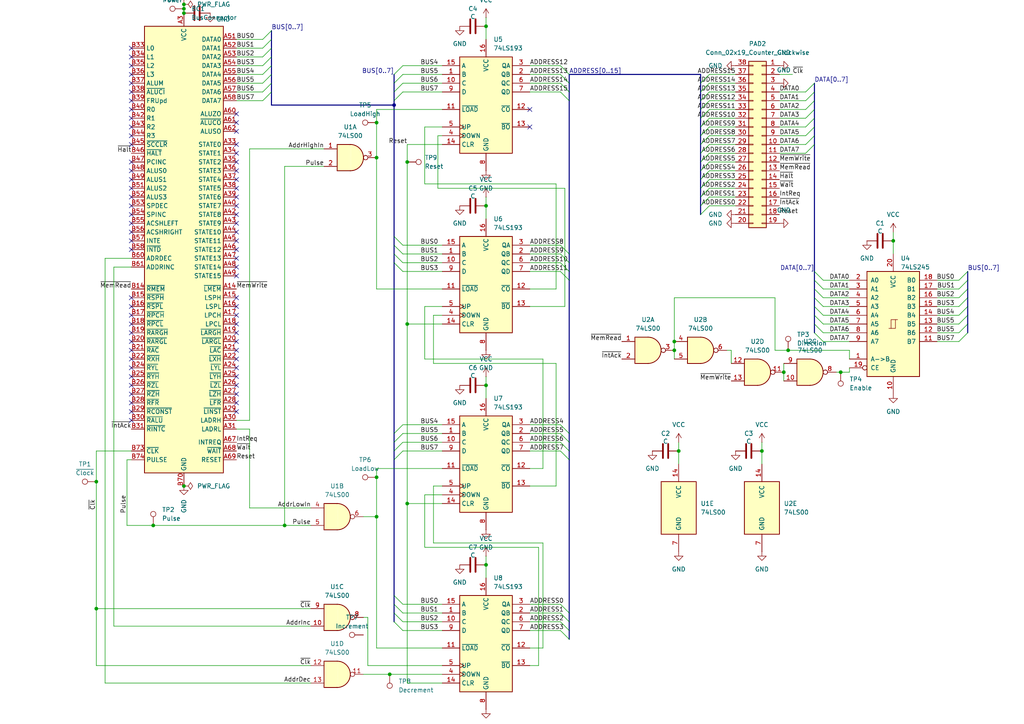
<source format=kicad_sch>
(kicad_sch (version 20250114) (generator "eeschema") (generator_version "9.0")
  (paper "A4")
  (junction (at 196.85 130.81))
  (junction (at 109.22 149.86))
  (junction (at 44.45 152.4))
  (junction (at 140.97 59.69))
  (junction (at 118.11 146.05))
  (junction (at 195.58 101.6))
  (junction (at 220.98 130.81))
  (junction (at 109.22 35.56))
  (junction (at 140.97 7.62))
  (junction (at 53.34 3.81))
  (junction (at 259.08 69.85))
  (junction (at 109.22 45.72))
  (junction (at 118.11 93.98))
  (junction (at 114.3 30.48))
  (junction (at 53.34 2.54))
  (junction (at 113.03 195.58))
  (junction (at 140.97 111.76))
  (junction (at 140.97 163.83))
  (junction (at 109.22 138.43))
  (junction (at 27.94 139.7))
  (junction (at 27.94 176.53))
  (junction (at 195.58 99.06))
  (junction (at 53.34 140.97))
  (junction (at 227.33 107.95))
  (junction (at 82.55 152.4))
  (junction (at 118.11 46.99))
  (junction (at 243.84 107.95))
  (junction (at 53.34 1.27))
  (junction (at 228.6 101.6))
  (no_connect (at 68.58 109.22))
  (no_connect (at 38.1 109.22))
  (no_connect (at 68.58 88.9))
  (no_connect (at 38.1 52.07))
  (no_connect (at 68.58 111.76))
  (no_connect (at 68.58 38.1))
  (no_connect (at 38.1 39.37))
  (no_connect (at 68.58 62.23))
  (no_connect (at 68.58 72.39))
  (no_connect (at 68.58 116.84))
  (no_connect (at 38.1 121.92))
  (no_connect (at 38.1 91.44))
  (no_connect (at 38.1 114.3))
  (no_connect (at 38.1 106.68))
  (no_connect (at 38.1 59.69))
  (no_connect (at 68.58 77.47))
  (no_connect (at 38.1 34.29))
  (no_connect (at 68.58 96.52))
  (no_connect (at 68.58 74.93))
  (no_connect (at 38.1 88.9))
  (no_connect (at 38.1 13.97))
  (no_connect (at 68.58 101.6))
  (no_connect (at 38.1 36.83))
  (no_connect (at 68.58 106.68))
  (no_connect (at 68.58 91.44))
  (no_connect (at 38.1 19.05))
  (no_connect (at 38.1 67.31))
  (no_connect (at 38.1 31.75))
  (no_connect (at 68.58 54.61))
  (no_connect (at 68.58 93.98))
  (no_connect (at 38.1 69.85))
  (no_connect (at 38.1 49.53))
  (no_connect (at 38.1 86.36))
  (no_connect (at 38.1 93.98))
  (no_connect (at 38.1 41.91))
  (no_connect (at 68.58 69.85))
  (no_connect (at 68.58 49.53))
  (no_connect (at 38.1 16.51))
  (no_connect (at 38.1 21.59))
  (no_connect (at 38.1 29.21))
  (no_connect (at 38.1 26.67))
  (no_connect (at 68.58 80.01))
  (no_connect (at 38.1 46.99))
  (no_connect (at 38.1 24.13))
  (no_connect (at 68.58 57.15))
  (no_connect (at 38.1 119.38))
  (no_connect (at 38.1 54.61))
  (no_connect (at 38.1 104.14))
  (no_connect (at 153.67 36.83))
  (no_connect (at 38.1 101.6))
  (no_connect (at 38.1 116.84))
  (no_connect (at 38.1 62.23))
  (no_connect (at 68.58 44.45))
  (no_connect (at 153.67 31.75))
  (no_connect (at 68.58 46.99))
  (no_connect (at 68.58 86.36))
  (no_connect (at 68.58 59.69))
  (no_connect (at 68.58 64.77))
  (no_connect (at 38.1 111.76))
  (no_connect (at 68.58 33.02))
  (no_connect (at 38.1 99.06))
  (no_connect (at 38.1 72.39))
  (no_connect (at 38.1 64.77))
  (no_connect (at 68.58 114.3))
  (no_connect (at 68.58 119.38))
  (no_connect (at 68.58 52.07))
  (no_connect (at 68.58 41.91))
  (no_connect (at 68.58 104.14))
  (no_connect (at 38.1 57.15))
  (no_connect (at 38.1 96.52))
  (no_connect (at 68.58 99.06))
  (no_connect (at 68.58 35.56))
  (no_connect (at 68.58 67.31))
  (bus_entry (at 78.74 8.89) (size -2.54 2.54))
  (bus_entry (at 236.22 34.29) (size -2.54 2.54))
  (bus_entry (at 203.2 34.29) (size 2.54 -2.54))
  (bus_entry (at 165.1 76.2) (size -2.54 -2.54))
  (bus_entry (at 236.22 91.44) (size 2.54 2.54))
  (bus_entry (at 203.2 52.07) (size 2.54 -2.54))
  (bus_entry (at 203.2 44.45) (size 2.54 -2.54))
  (bus_entry (at 78.74 26.67) (size -2.54 2.54))
  (bus_entry (at 203.2 54.61) (size 2.54 -2.54))
  (bus_entry (at 165.1 78.74) (size -2.54 -2.54))
  (bus_entry (at 114.3 125.73) (size 2.54 -2.54))
  (bus_entry (at 203.2 41.91) (size 2.54 -2.54))
  (bus_entry (at 236.22 36.83) (size -2.54 2.54))
  (bus_entry (at 114.3 68.58) (size 2.54 2.54))
  (bus_entry (at 165.1 182.88) (size -2.54 -2.54))
  (bus_entry (at 203.2 46.99) (size 2.54 -2.54))
  (bus_entry (at 203.2 31.75) (size 2.54 -2.54))
  (bus_entry (at 114.3 24.13) (size 2.54 -2.54))
  (bus_entry (at 114.3 180.34) (size 2.54 2.54))
  (bus_entry (at 114.3 175.26) (size 2.54 2.54))
  (bus_entry (at 114.3 29.21) (size 2.54 -2.54))
  (bus_entry (at 203.2 36.83) (size 2.54 -2.54))
  (bus_entry (at 236.22 93.98) (size 2.54 2.54))
  (bus_entry (at 165.1 81.28) (size -2.54 -2.54))
  (bus_entry (at 203.2 59.69) (size 2.54 -2.54))
  (bus_entry (at 165.1 185.42) (size -2.54 -2.54))
  (bus_entry (at 203.2 39.37) (size 2.54 -2.54))
  (bus_entry (at 236.22 29.21) (size -2.54 2.54))
  (bus_entry (at 236.22 24.13) (size -2.54 2.54))
  (bus_entry (at 280.67 78.74) (size -2.54 2.54))
  (bus_entry (at 236.22 78.74) (size 2.54 2.54))
  (bus_entry (at 114.3 21.59) (size 2.54 -2.54))
  (bus_entry (at 165.1 29.21) (size -2.54 -2.54))
  (bus_entry (at 78.74 19.05) (size -2.54 2.54))
  (bus_entry (at 114.3 177.8) (size 2.54 2.54))
  (bus_entry (at 236.22 26.67) (size -2.54 2.54))
  (bus_entry (at 78.74 11.43) (size -2.54 2.54))
  (bus_entry (at 165.1 133.35) (size -2.54 -2.54))
  (bus_entry (at 114.3 133.35) (size 2.54 -2.54))
  (bus_entry (at 280.67 88.9) (size -2.54 2.54))
  (bus_entry (at 114.3 71.12) (size 2.54 2.54))
  (bus_entry (at 203.2 24.13) (size 2.54 -2.54))
  (bus_entry (at 78.74 16.51) (size -2.54 2.54))
  (bus_entry (at 165.1 125.73) (size -2.54 -2.54))
  (bus_entry (at 114.3 76.2) (size 2.54 2.54))
  (bus_entry (at 203.2 26.67) (size 2.54 -2.54))
  (bus_entry (at 165.1 180.34) (size -2.54 -2.54))
  (bus_entry (at 114.3 172.72) (size 2.54 2.54))
  (bus_entry (at 236.22 41.91) (size -2.54 2.54))
  (bus_entry (at 114.3 130.81) (size 2.54 -2.54))
  (bus_entry (at 165.1 73.66) (size -2.54 -2.54))
  (bus_entry (at 78.74 24.13) (size -2.54 2.54))
  (bus_entry (at 165.1 26.67) (size -2.54 -2.54))
  (bus_entry (at 236.22 83.82) (size 2.54 2.54))
  (bus_entry (at 203.2 57.15) (size 2.54 -2.54))
  (bus_entry (at 78.74 13.97) (size -2.54 2.54))
  (bus_entry (at 114.3 26.67) (size 2.54 -2.54))
  (bus_entry (at 280.67 96.52) (size -2.54 2.54))
  (bus_entry (at 78.74 21.59) (size -2.54 2.54))
  (bus_entry (at 165.1 177.8) (size -2.54 -2.54))
  (bus_entry (at 165.1 24.13) (size -2.54 -2.54))
  (bus_entry (at 280.67 86.36) (size -2.54 2.54))
  (bus_entry (at 236.22 81.28) (size 2.54 2.54))
  (bus_entry (at 236.22 88.9) (size 2.54 2.54))
  (bus_entry (at 280.67 81.28) (size -2.54 2.54))
  (bus_entry (at 165.1 128.27) (size -2.54 -2.54))
  (bus_entry (at 236.22 31.75) (size -2.54 2.54))
  (bus_entry (at 280.67 83.82) (size -2.54 2.54))
  (bus_entry (at 236.22 96.52) (size 2.54 2.54))
  (bus_entry (at 203.2 29.21) (size 2.54 -2.54))
  (bus_entry (at 203.2 62.23) (size 2.54 -2.54))
  (bus_entry (at 114.3 128.27) (size 2.54 -2.54))
  (bus_entry (at 203.2 49.53) (size 2.54 -2.54))
  (bus_entry (at 236.22 86.36) (size 2.54 2.54))
  (bus_entry (at 165.1 130.81) (size -2.54 -2.54))
  (bus_entry (at 236.22 39.37) (size -2.54 2.54))
  (bus_entry (at 280.67 91.44) (size -2.54 2.54))
  (bus_entry (at 280.67 93.98) (size -2.54 2.54))
  (bus_entry (at 165.1 21.59) (size -2.54 -2.54))
  (bus_entry (at 114.3 73.66) (size 2.54 2.54))
  (wire (pts (xy 220.98 128.27) (xy 220.98 130.81)))
  (bus (pts (xy 203.2 34.29) (xy 203.2 36.83)))
  (wire (pts (xy 153.67 76.2) (xy 162.56 76.2)))
  (wire (pts (xy 213.36 44.45) (xy 205.74 44.45)))
  (wire (pts (xy 116.84 180.34) (xy 128.27 180.34)))
  (wire (pts (xy 213.36 29.21) (xy 205.74 29.21)))
  (wire (pts (xy 109.22 187.96) (xy 128.27 187.96)))
  (wire (pts (xy 106.68 179.07) (xy 106.68 193.04)))
  (wire (pts (xy 140.97 111.76) (xy 140.97 115.57)))
  (wire (pts (xy 226.06 26.67) (xy 233.68 26.67)))
  (wire (pts (xy 226.06 36.83) (xy 233.68 36.83)))
  (wire (pts (xy 116.84 24.13) (xy 128.27 24.13)))
  (bus (pts (xy 78.74 8.89) (xy 78.74 11.43)))
  (wire (pts (xy 246.38 88.9) (xy 238.76 88.9)))
  (bus (pts (xy 203.2 26.67) (xy 203.2 29.21)))
  (wire (pts (xy 196.85 130.81) (xy 196.85 134.62)))
  (bus (pts (xy 114.3 180.34) (xy 114.3 177.8)))
  (wire (pts (xy 118.11 146.05) (xy 128.27 146.05)))
  (bus (pts (xy 114.3 172.72) (xy 114.3 133.35)))
  (wire (pts (xy 153.67 187.96) (xy 157.48 187.96)))
  (wire (pts (xy 140.97 5.08) (xy 140.97 7.62)))
  (wire (pts (xy 36.83 133.35) (xy 38.1 133.35)))
  (bus (pts (xy 78.74 16.51) (xy 78.74 19.05)))
  (wire (pts (xy 68.58 16.51) (xy 76.2 16.51)))
  (bus (pts (xy 236.22 91.44) (xy 236.22 93.98)))
  (wire (pts (xy 72.39 121.92) (xy 68.58 121.92)))
  (bus (pts (xy 236.22 41.91) (xy 236.22 78.74)))
  (wire (pts (xy 278.13 86.36) (xy 271.78 86.36)))
  (wire (pts (xy 278.13 83.82) (xy 271.78 83.82)))
  (wire (pts (xy 153.67 123.19) (xy 162.56 123.19)))
  (wire (pts (xy 213.36 46.99) (xy 205.74 46.99)))
  (wire (pts (xy 30.48 74.93) (xy 38.1 74.93)))
  (bus (pts (xy 114.3 21.59) (xy 114.3 24.13)))
  (wire (pts (xy 156.21 193.04) (xy 156.21 158.75)))
  (wire (pts (xy 123.19 158.75) (xy 123.19 143.51)))
  (wire (pts (xy 153.67 135.89) (xy 157.48 135.89)))
  (wire (pts (xy 271.78 99.06) (xy 278.13 99.06)))
  (wire (pts (xy 227.33 105.41) (xy 227.33 107.95)))
  (wire (pts (xy 246.38 107.95) (xy 246.38 106.68)))
  (wire (pts (xy 68.58 21.59) (xy 76.2 21.59)))
  (bus (pts (xy 280.67 86.36) (xy 280.67 88.9)))
  (bus (pts (xy 78.74 13.97) (xy 78.74 16.51)))
  (wire (pts (xy 68.58 26.67) (xy 76.2 26.67)))
  (wire (pts (xy 118.11 93.98) (xy 118.11 46.99)))
  (wire (pts (xy 161.29 140.97) (xy 153.67 140.97)))
  (bus (pts (xy 236.22 88.9) (xy 236.22 91.44)))
  (wire (pts (xy 123.19 143.51) (xy 128.27 143.51)))
  (wire (pts (xy 127 39.37) (xy 128.27 39.37)))
  (bus (pts (xy 203.2 57.15) (xy 203.2 59.69)))
  (bus (pts (xy 114.3 125.73) (xy 114.3 76.2)))
  (wire (pts (xy 153.67 175.26) (xy 162.56 175.26)))
  (bus (pts (xy 236.22 39.37) (xy 236.22 41.91)))
  (wire (pts (xy 195.58 86.36) (xy 224.79 86.36)))
  (wire (pts (xy 30.48 198.12) (xy 30.48 74.93)))
  (bus (pts (xy 165.1 130.81) (xy 165.1 133.35)))
  (wire (pts (xy 116.84 177.8) (xy 128.27 177.8)))
  (bus (pts (xy 78.74 30.48) (xy 114.3 30.48)))
  (wire (pts (xy 125.73 140.97) (xy 128.27 140.97)))
  (wire (pts (xy 163.83 54.61) (xy 127 54.61)))
  (wire (pts (xy 90.17 176.53) (xy 27.94 176.53)))
  (wire (pts (xy 68.58 24.13) (xy 76.2 24.13)))
  (bus (pts (xy 165.1 24.13) (xy 165.1 26.67)))
  (bus (pts (xy 236.22 86.36) (xy 236.22 88.9)))
  (bus (pts (xy 165.1 177.8) (xy 165.1 180.34)))
  (wire (pts (xy 226.06 41.91) (xy 233.68 41.91)))
  (wire (pts (xy 157.48 135.89) (xy 157.48 104.14)))
  (wire (pts (xy 227.33 107.95) (xy 227.33 110.49)))
  (wire (pts (xy 195.58 101.6) (xy 195.58 104.14)))
  (wire (pts (xy 82.55 48.26) (xy 82.55 152.4)))
  (wire (pts (xy 195.58 99.06) (xy 195.58 101.6)))
  (wire (pts (xy 226.06 31.75) (xy 233.68 31.75)))
  (wire (pts (xy 153.67 125.73) (xy 162.56 125.73)))
  (wire (pts (xy 213.36 39.37) (xy 205.74 39.37)))
  (wire (pts (xy 68.58 124.46) (xy 72.39 124.46)))
  (wire (pts (xy 128.27 135.89) (xy 109.22 135.89)))
  (bus (pts (xy 203.2 21.59) (xy 165.1 21.59)))
  (wire (pts (xy 68.58 11.43) (xy 76.2 11.43)))
  (bus (pts (xy 165.1 128.27) (xy 165.1 130.81)))
  (wire (pts (xy 161.29 53.34) (xy 161.29 83.82)))
  (wire (pts (xy 68.58 19.05) (xy 76.2 19.05)))
  (bus (pts (xy 236.22 26.67) (xy 236.22 29.21)))
  (wire (pts (xy 116.84 26.67) (xy 128.27 26.67)))
  (bus (pts (xy 280.67 93.98) (xy 280.67 96.52)))
  (wire (pts (xy 259.08 67.31) (xy 259.08 69.85)))
  (wire (pts (xy 213.36 36.83) (xy 205.74 36.83)))
  (bus (pts (xy 78.74 26.67) (xy 78.74 30.48)))
  (bus (pts (xy 114.3 130.81) (xy 114.3 128.27)))
  (wire (pts (xy 116.84 76.2) (xy 128.27 76.2)))
  (wire (pts (xy 123.19 88.9) (xy 128.27 88.9)))
  (bus (pts (xy 165.1 81.28) (xy 165.1 125.73)))
  (wire (pts (xy 116.84 182.88) (xy 128.27 182.88)))
  (bus (pts (xy 203.2 49.53) (xy 203.2 52.07)))
  (wire (pts (xy 116.84 73.66) (xy 128.27 73.66)))
  (wire (pts (xy 109.22 35.56) (xy 109.22 45.72)))
  (wire (pts (xy 72.39 147.32) (xy 90.17 147.32)))
  (wire (pts (xy 123.19 104.14) (xy 123.19 88.9)))
  (wire (pts (xy 140.97 7.62) (xy 140.97 11.43)))
  (bus (pts (xy 165.1 125.73) (xy 165.1 128.27)))
  (wire (pts (xy 27.94 193.04) (xy 27.94 176.53)))
  (bus (pts (xy 114.3 26.67) (xy 114.3 29.21)))
  (wire (pts (xy 278.13 81.28) (xy 271.78 81.28)))
  (wire (pts (xy 128.27 36.83) (xy 123.19 36.83)))
  (wire (pts (xy 93.98 43.18) (xy 72.39 43.18)))
  (wire (pts (xy 44.45 152.4) (xy 82.55 152.4)))
  (wire (pts (xy 242.57 107.95) (xy 243.84 107.95)))
  (wire (pts (xy 116.84 128.27) (xy 128.27 128.27)))
  (wire (pts (xy 246.38 86.36) (xy 238.76 86.36)))
  (wire (pts (xy 212.09 101.6) (xy 212.09 105.41)))
  (wire (pts (xy 90.17 193.04) (xy 27.94 193.04)))
  (bus (pts (xy 236.22 31.75) (xy 236.22 34.29)))
  (wire (pts (xy 123.19 53.34) (xy 161.29 53.34)))
  (wire (pts (xy 220.98 130.81) (xy 220.98 134.62)))
  (bus (pts (xy 78.74 19.05) (xy 78.74 21.59)))
  (wire (pts (xy 27.94 130.81) (xy 38.1 130.81)))
  (bus (pts (xy 203.2 24.13) (xy 203.2 21.59)))
  (wire (pts (xy 109.22 138.43) (xy 109.22 149.86)))
  (wire (pts (xy 116.84 130.81) (xy 128.27 130.81)))
  (bus (pts (xy 114.3 30.48) (xy 114.3 68.58)))
  (wire (pts (xy 118.11 46.99) (xy 118.11 41.91)))
  (bus (pts (xy 203.2 44.45) (xy 203.2 46.99)))
  (wire (pts (xy 271.78 93.98) (xy 278.13 93.98)))
  (wire (pts (xy 116.84 19.05) (xy 128.27 19.05)))
  (wire (pts (xy 27.94 139.7) (xy 27.94 176.53)))
  (wire (pts (xy 140.97 163.83) (xy 140.97 167.64)))
  (bus (pts (xy 203.2 46.99) (xy 203.2 49.53)))
  (wire (pts (xy 27.94 130.81) (xy 27.94 139.7)))
  (wire (pts (xy 213.36 57.15) (xy 205.74 57.15)))
  (bus (pts (xy 236.22 78.74) (xy 236.22 81.28)))
  (wire (pts (xy 68.58 29.21) (xy 76.2 29.21)))
  (wire (pts (xy 259.08 69.85) (xy 259.08 73.66)))
  (wire (pts (xy 213.36 54.61) (xy 205.74 54.61)))
  (wire (pts (xy 153.67 180.34) (xy 162.56 180.34)))
  (wire (pts (xy 196.85 128.27) (xy 196.85 130.81)))
  (wire (pts (xy 213.36 24.13) (xy 205.74 24.13)))
  (bus (pts (xy 280.67 91.44) (xy 280.67 93.98)))
  (wire (pts (xy 226.06 39.37) (xy 233.68 39.37)))
  (wire (pts (xy 157.48 157.48) (xy 125.73 157.48)))
  (wire (pts (xy 128.27 91.44) (xy 125.73 91.44)))
  (bus (pts (xy 280.67 81.28) (xy 280.67 83.82)))
  (wire (pts (xy 127 54.61) (xy 127 39.37)))
  (bus (pts (xy 280.67 83.82) (xy 280.67 86.36)))
  (wire (pts (xy 157.48 104.14) (xy 123.19 104.14)))
  (wire (pts (xy 153.67 177.8) (xy 162.56 177.8)))
  (wire (pts (xy 33.02 77.47) (xy 38.1 77.47)))
  (bus (pts (xy 114.3 73.66) (xy 114.3 76.2)))
  (wire (pts (xy 118.11 198.12) (xy 118.11 146.05)))
  (wire (pts (xy 125.73 105.41) (xy 161.29 105.41)))
  (wire (pts (xy 153.67 26.67) (xy 162.56 26.67)))
  (bus (pts (xy 236.22 34.29) (xy 236.22 36.83)))
  (bus (pts (xy 203.2 41.91) (xy 203.2 44.45)))
  (bus (pts (xy 165.1 78.74) (xy 165.1 81.28)))
  (wire (pts (xy 153.67 193.04) (xy 156.21 193.04)))
  (wire (pts (xy 128.27 83.82) (xy 109.22 83.82)))
  (wire (pts (xy 271.78 91.44) (xy 278.13 91.44)))
  (wire (pts (xy 153.67 182.88) (xy 162.56 182.88)))
  (wire (pts (xy 116.84 78.74) (xy 128.27 78.74)))
  (bus (pts (xy 203.2 52.07) (xy 203.2 54.61)))
  (wire (pts (xy 105.41 179.07) (xy 106.68 179.07)))
  (bus (pts (xy 236.22 83.82) (xy 236.22 86.36)))
  (bus (pts (xy 114.3 29.21) (xy 114.3 30.48)))
  (bus (pts (xy 203.2 36.83) (xy 203.2 39.37)))
  (wire (pts (xy 195.58 99.06) (xy 195.58 86.36)))
  (bus (pts (xy 114.3 177.8) (xy 114.3 175.26)))
  (wire (pts (xy 210.82 101.6) (xy 212.09 101.6)))
  (wire (pts (xy 109.22 45.72) (xy 109.22 83.82)))
  (wire (pts (xy 228.6 101.6) (xy 246.38 101.6)))
  (wire (pts (xy 226.06 29.21) (xy 233.68 29.21)))
  (wire (pts (xy 153.67 88.9) (xy 163.83 88.9)))
  (bus (pts (xy 236.22 29.21) (xy 236.22 31.75)))
  (wire (pts (xy 140.97 109.22) (xy 140.97 111.76)))
  (wire (pts (xy 238.76 99.06) (xy 246.38 99.06)))
  (wire (pts (xy 113.03 195.58) (xy 128.27 195.58)))
  (wire (pts (xy 109.22 135.89) (xy 109.22 138.43)))
  (wire (pts (xy 161.29 105.41) (xy 161.29 140.97)))
  (wire (pts (xy 213.36 26.67) (xy 205.74 26.67)))
  (bus (pts (xy 78.74 24.13) (xy 78.74 26.67)))
  (wire (pts (xy 105.41 149.86) (xy 109.22 149.86)))
  (wire (pts (xy 36.83 152.4) (xy 44.45 152.4)))
  (wire (pts (xy 163.83 88.9) (xy 163.83 54.61)))
  (wire (pts (xy 153.67 71.12) (xy 162.56 71.12)))
  (wire (pts (xy 213.36 34.29) (xy 205.74 34.29)))
  (wire (pts (xy 82.55 152.4) (xy 90.17 152.4)))
  (wire (pts (xy 140.97 161.29) (xy 140.97 163.83)))
  (wire (pts (xy 125.73 91.44) (xy 125.73 105.41)))
  (wire (pts (xy 128.27 198.12) (xy 118.11 198.12)))
  (wire (pts (xy 213.36 49.53) (xy 205.74 49.53)))
  (wire (pts (xy 157.48 187.96) (xy 157.48 157.48)))
  (bus (pts (xy 236.22 93.98) (xy 236.22 96.52)))
  (wire (pts (xy 153.67 19.05) (xy 162.56 19.05)))
  (wire (pts (xy 153.67 73.66) (xy 162.56 73.66)))
  (wire (pts (xy 118.11 41.91) (xy 128.27 41.91)))
  (wire (pts (xy 213.36 41.91) (xy 205.74 41.91)))
  (bus (pts (xy 236.22 24.13) (xy 236.22 26.67)))
  (wire (pts (xy 116.84 71.12) (xy 128.27 71.12)))
  (wire (pts (xy 125.73 157.48) (xy 125.73 140.97)))
  (bus (pts (xy 165.1 29.21) (xy 165.1 73.66)))
  (wire (pts (xy 243.84 107.95) (xy 246.38 107.95)))
  (bus (pts (xy 203.2 59.69) (xy 203.2 62.23)))
  (wire (pts (xy 153.67 24.13) (xy 162.56 24.13)))
  (wire (pts (xy 116.84 21.59) (xy 128.27 21.59)))
  (bus (pts (xy 236.22 81.28) (xy 236.22 83.82)))
  (wire (pts (xy 246.38 93.98) (xy 238.76 93.98)))
  (bus (pts (xy 114.3 71.12) (xy 114.3 73.66)))
  (wire (pts (xy 153.67 130.81) (xy 162.56 130.81)))
  (wire (pts (xy 118.11 93.98) (xy 128.27 93.98)))
  (wire (pts (xy 246.38 101.6) (xy 246.38 104.14)))
  (wire (pts (xy 33.02 181.61) (xy 33.02 77.47)))
  (bus (pts (xy 165.1 73.66) (xy 165.1 76.2)))
  (wire (pts (xy 213.36 52.07) (xy 205.74 52.07)))
  (wire (pts (xy 246.38 91.44) (xy 238.76 91.44)))
  (wire (pts (xy 116.84 125.73) (xy 128.27 125.73)))
  (wire (pts (xy 246.38 96.52) (xy 238.76 96.52)))
  (bus (pts (xy 114.3 175.26) (xy 114.3 172.72)))
  (bus (pts (xy 114.3 24.13) (xy 114.3 26.67)))
  (wire (pts (xy 224.79 86.36) (xy 224.79 101.6)))
  (wire (pts (xy 140.97 59.69) (xy 140.97 63.5)))
  (wire (pts (xy 153.67 21.59) (xy 162.56 21.59)))
  (bus (pts (xy 165.1 76.2) (xy 165.1 78.74)))
  (wire (pts (xy 109.22 31.75) (xy 128.27 31.75)))
  (wire (pts (xy 123.19 36.83) (xy 123.19 53.34)))
  (wire (pts (xy 90.17 198.12) (xy 30.48 198.12)))
  (wire (pts (xy 156.21 158.75) (xy 123.19 158.75)))
  (bus (pts (xy 280.67 78.74) (xy 280.67 81.28)))
  (bus (pts (xy 203.2 54.61) (xy 203.2 57.15)))
  (wire (pts (xy 224.79 101.6) (xy 228.6 101.6)))
  (wire (pts (xy 140.97 57.15) (xy 140.97 59.69)))
  (wire (pts (xy 153.67 78.74) (xy 162.56 78.74)))
  (bus (pts (xy 78.74 11.43) (xy 78.74 13.97)))
  (wire (pts (xy 226.06 21.59) (xy 229.87 21.59)))
  (wire (pts (xy 72.39 43.18) (xy 72.39 121.92)))
  (wire (pts (xy 161.29 83.82) (xy 153.67 83.82)))
  (wire (pts (xy 53.34 1.27) (xy 53.34 2.54)))
  (wire (pts (xy 213.36 31.75) (xy 205.74 31.75)))
  (bus (pts (xy 114.3 128.27) (xy 114.3 125.73)))
  (wire (pts (xy 246.38 83.82) (xy 238.76 83.82)))
  (wire (pts (xy 116.84 123.19) (xy 128.27 123.19)))
  (wire (pts (xy 105.41 195.58) (xy 113.03 195.58)))
  (wire (pts (xy 246.38 81.28) (xy 238.76 81.28)))
  (bus (pts (xy 203.2 29.21) (xy 203.2 31.75)))
  (wire (pts (xy 153.67 128.27) (xy 162.56 128.27)))
  (wire (pts (xy 116.84 175.26) (xy 128.27 175.26)))
  (bus (pts (xy 165.1 182.88) (xy 165.1 185.42)))
  (wire (pts (xy 93.98 48.26) (xy 82.55 48.26)))
  (wire (pts (xy 106.68 193.04) (xy 128.27 193.04)))
  (wire (pts (xy 68.58 13.97) (xy 76.2 13.97)))
  (wire (pts (xy 278.13 88.9) (xy 271.78 88.9)))
  (wire (pts (xy 36.83 133.35) (xy 36.83 152.4)))
  (bus (pts (xy 203.2 31.75) (xy 203.2 34.29)))
  (bus (pts (xy 114.3 133.35) (xy 114.3 130.81)))
  (bus (pts (xy 114.3 71.12) (xy 114.3 68.58)))
  (wire (pts (xy 213.36 59.69) (xy 205.74 59.69)))
  (wire (pts (xy 226.06 34.29) (xy 233.68 34.29)))
  (wire (pts (xy 271.78 96.52) (xy 278.13 96.52)))
  (bus (pts (xy 203.2 39.37) (xy 203.2 41.91)))
  (wire (pts (xy 109.22 31.75) (xy 109.22 35.56)))
  (bus (pts (xy 165.1 180.34) (xy 165.1 182.88)))
  (bus (pts (xy 165.1 21.59) (xy 165.1 24.13)))
  (bus (pts (xy 280.67 88.9) (xy 280.67 91.44)))
  (wire (pts (xy 118.11 146.05) (xy 118.11 93.98)))
  (wire (pts (xy 109.22 149.86) (xy 109.22 187.96)))
  (bus (pts (xy 78.74 21.59) (xy 78.74 24.13)))
  (wire (pts (xy 213.36 21.59) (xy 205.74 21.59)))
  (bus (pts (xy 203.2 24.13) (xy 203.2 26.67)))
  (bus (pts (xy 236.22 36.83) (xy 236.22 39.37)))
  (bus (pts (xy 165.1 133.35) (xy 165.1 177.8)))
  (bus (pts (xy 165.1 26.67) (xy 165.1 29.21)))
  (wire (pts (xy 233.68 44.45) (xy 226.06 44.45)))
  (wire (pts (xy 90.17 181.61) (xy 33.02 181.61)))
  (wire (pts (xy 53.34 2.54) (xy 53.34 3.81)))
  (wire (pts (xy 72.39 124.46) (xy 72.39 147.32)))
  (label "BUS0" (at 121.92 175.26 0))
  (label "BUS3" (at 276.86 88.9 180))
  (label "IntReq" (at 68.58 128.27 0))
  (label "Pulse" (at 90.17 152.4 180))
  (label "BUS2" (at 121.92 76.2 0))
  (label "ADDRESS14" (at 153.67 24.13 0))
  (label "BUS4" (at 121.92 19.05 0))
  (label "~{IntAck}" (at 38.1 124.46 180))
  (label "~{MemWrite}" (at 68.58 83.82 0))
  (label "BUS3" (at 121.92 78.74 0))
  (label "ADDRESS13" (at 213.36 26.67 180))
  (label "ADDRESS2" (at 213.36 54.61 180))
  (label "BUS6" (at 121.92 128.27 0))
  (label "~{Wait}" (at 68.58 130.81 0))
  (label "ADDRESS15" (at 153.67 26.67 0))
  (label "ADDRESS6" (at 153.67 128.27 0))
  (label "BUS3" (at 121.92 182.88 0))
  (label "ADDRESS3" (at 153.67 182.88 0))
  (label "BUS[0..7]" (at 114.3 21.59 180))
  (label "~{MemRead}" (at 226.06 49.53 0))
  (label "~{Clk}" (at 229.87 21.59 0))
  (label "BUS7" (at 121.92 26.67 0))
  (label "BUS1" (at 121.92 177.8 0))
  (label "ADDRESS8" (at 153.67 71.12 0))
  (label "DATA2" (at 246.38 86.36 180))
  (label "ADDRESS14" (at 213.36 24.13 180))
  (label "BUS1" (at 271.78 83.82 0))
  (label "Pulse" (at 93.98 48.26 180))
  (label "~{MemRead}" (at 38.1 83.82 180))
  (label "DATA1" (at 226.06 29.21 0))
  (label "ADDRESS2" (at 153.67 180.34 0))
  (label "BUS1" (at 121.92 73.66 0))
  (label "DATA7" (at 226.06 44.45 0))
  (label "DATA3" (at 246.38 88.9 180))
  (label "BUS0" (at 121.92 71.12 0))
  (label "ADDRESS0" (at 153.67 175.26 0))
  (label "BUS2" (at 276.86 86.36 180))
  (label "ADDRESS9" (at 153.67 73.66 0))
  (label "DATA0" (at 246.38 81.28 180))
  (label "DATA3" (at 226.06 34.29 0))
  (label "BUS0" (at 68.58 11.43 0))
  (label "~{IntAck}" (at 180.34 104.14 180))
  (label "~{IntAck}" (at 226.06 59.69 0))
  (label "AddrLowIn" (at 90.17 147.32 180))
  (label "BUS6" (at 121.92 24.13 0))
  (label "BUS3" (at 68.58 19.05 0))
  (label "ADDRESS[0..15]" (at 165.1 21.59 0))
  (label "DATA1" (at 246.38 83.82 180))
  (label "ADDRESS6" (at 213.36 44.45 180))
  (label "BUS5" (at 276.86 96.52 180))
  (label "DATA4" (at 246.38 91.44 180))
  (label "ADDRESS5" (at 213.36 46.99 180))
  (label "ADDRESS4" (at 153.67 123.19 0))
  (label "ADDRESS3" (at 213.36 52.07 180))
  (label "BUS6" (at 68.58 26.67 0))
  (label "BUS7" (at 121.92 130.81 0))
  (label "Pulse" (at 36.83 143.51 270))
  (label "ADDRESS9" (at 213.36 36.83 180))
  (label "~{Wait}" (at 226.06 54.61 0))
  (label "BUS0" (at 276.86 81.28 180))
  (label "ADDRESS0" (at 213.36 59.69 180))
  (label "ADDRESS11" (at 213.36 31.75 180))
  (label "DATA0" (at 226.06 26.67 0))
  (label "ADDRESS10" (at 153.67 76.2 0))
  (label "ADDRESS1" (at 153.67 177.8 0))
  (label "BUS7" (at 276.86 99.06 180))
  (label "ADDRESS15" (at 213.36 21.59 180))
  (label "IntReq" (at 226.06 57.15 0))
  (label "DATA5" (at 226.06 39.37 0))
  (label "Reset" (at 226.06 62.23 0))
  (label "BUS[0..7]" (at 78.74 8.89 0))
  (label "ADDRESS8" (at 213.36 39.37 180))
  (label "BUS[0..7]" (at 280.67 78.74 0))
  (label "ADDRESS13" (at 153.67 21.59 0))
  (label "~{Clk}" (at 90.17 176.53 180))
  (label "ADDRESS12" (at 213.36 29.21 180))
  (label "AddrInc" (at 90.17 181.61 180))
  (label "BUS5" (at 276.86 93.98 180))
  (label "~{Halt}" (at 226.06 52.07 0))
  (label "BUS4" (at 121.92 123.19 0))
  (label "DATA6" (at 226.06 41.91 0))
  (label "DATA[0..7]" (at 236.22 78.74 180))
  (label "ADDRESS5" (at 153.67 125.73 0))
  (label "ADDRESS10" (at 213.36 34.29 180))
  (label "DATA[0..7]" (at 236.22 24.13 0))
  (label "BUS1" (at 68.58 13.97 0))
  (label "Reset" (at 118.11 41.91 180))
  (label "AddrDec" (at 90.17 198.12 180))
  (label "~{Clk}" (at 27.94 144.78 270))
  (label "BUS2" (at 121.92 180.34 0))
  (label "BUS7" (at 68.58 29.21 0))
  (label "ADDRESS7" (at 213.36 41.91 180))
  (label "Reset" (at 68.58 133.35 0))
  (label "~{MemRead}" (at 180.34 99.06 180))
  (label "BUS5" (at 68.58 24.13 0))
  (label "DATA4" (at 226.06 36.83 0))
  (label "BUS5" (at 121.92 21.59 0))
  (label "ADDRESS11" (at 153.67 78.74 0))
  (label "~{MemWrite}" (at 212.09 110.49 180))
  (label "DATA7" (at 246.38 99.06 180))
  (label "ADDRESS1" (at 213.36 57.15 180))
  (label "BUS5" (at 121.92 125.73 0))
  (label "BUS4" (at 276.86 91.44 180))
  (label "ADDRESS7" (at 153.67 130.81 0))
  (label "BUS2" (at 68.58 16.51 0))
  (label "DATA6" (at 246.38 96.52 180))
  (label "ADDRESS4" (at 213.36 49.53 180))
  (label "BUS4" (at 68.58 21.59 0))
  (label "DATA5" (at 246.38 93.98 180))
  (label "~{Halt}" (at 38.1 44.45 180))
  (label "AddrHighIn" (at 93.98 43.18 180))
  (label "ADDRESS12" (at 153.67 19.05 0))
  (label "DATA2" (at 226.06 31.75 0))
  (label "~{MemWrite}" (at 226.06 46.99 0))
  (label "~{Clk}" (at 90.17 193.04 180))
  (symbol (lib_id "power:GND") (at 53.34 140.97 0) (unit 1)
    (property "Reference" "#PWR0112" (effects (hide yes)))
    (property "Value" "GND" (at 53.3399 144.78 90) (effects (justify right)))
    (property "Description" "Power symbol creates a global label with name \"GND\" , ground" (effects (hide yes)))
  )
  (symbol (lib_id "74xx:74LS00") (at 187.96 101.6 0) (unit 1)
    (property "Reference" "U2" (at 187.9517 92.71 0))
    (property "Value" "74LS00" (at 187.9517 95.25 0))
    (property "Footprint" "Package_DIP:DIP-14_W7.62mm_Socket_LongPads" (effects (hide yes)))
    (property "Datasheet" "http://www.ti.com/lit/gpn/sn74ls00" (effects (hide yes)))
    (property "Description" "quad 2-input NAND gate" (effects (hide yes)))
  )
  (symbol (lib_id "power:GND") (at 220.98 160.02 0) (unit 1)
    (property "Reference" "#PWR021" (effects (hide yes)))
    (property "Value" "GND" (at 220.98 165.1 0))
    (property "Description" "Power symbol creates a global label with name \"GND\" , ground" (effects (hide yes)))
  )
  (symbol (lib_id "Connector:TestPoint") (at 109.22 138.43 90) (unit 1)
    (property "Reference" "TP6" (at 105.918 133.35 90))
    (property "Value" "LoadLow" (at 105.918 135.89 90))
    (property "Footprint" "Connector_Pin:Pin_D1.0mm_L10.0mm" (effects (hide yes)))
    (property "Description" "test point" (effects (hide yes)))
  )
  (symbol (lib_id "Connector:TestPoint") (at 228.6 101.6 0) (unit 1)
    (property "Reference" "TP3" (at 231.14 97.0279 0) (effects (justify left)))
    (property "Value" "Direction" (at 231.14 99.5679 0) (effects (justify left)))
    (property "Footprint" "Connector_Pin:Pin_D1.0mm_L10.0mm" (effects (hide yes)))
    (property "Description" "test point" (effects (hide yes)))
  )
  (symbol (lib_id "power:VCC") (at 140.97 5.08 0) (unit 1)
    (property "Reference" "#PWR0101" (effects (hide yes)))
    (property "Value" "VCC" (at 140.97 0 0))
    (property "Description" "Power symbol creates a global label with name \"VCC\"" (effects (hide yes)))
  )
  (symbol (lib_id "74xx:74LS193") (at 140.97 81.28 0) (unit 1)
    (property "Reference" "U6" (at 143.1133 63.5 0) (effects (justify left)))
    (property "Value" "74LS193" (at 143.1133 66.04 0) (effects (justify left)))
    (property "Footprint" "Package_DIP:DIP-16_W7.62mm_Socket_LongPads" (effects (hide yes)))
    (property "Datasheet" "http://www.ti.com/lit/ds/symlink/sn74ls193.pdf" (effects (hide yes)))
    (property "Description" "Synchronous 4-bit Up/Down (2 clk) counter" (effects (hide yes)))
  )
  (symbol (lib_id "Connector:TestPoint") (at 44.45 152.4 0) (unit 1)
    (property "Reference" "TP2" (at 46.99 147.8279 0) (effects (justify left)))
    (property "Value" "Pulse" (at 46.99 150.3679 0) (effects (justify left)))
    (property "Footprint" "Connector_Pin:Pin_D1.0mm_L10.0mm" (effects (hide yes)))
    (property "Description" "test point" (effects (hide yes)))
  )
  (symbol (lib_id "74xx:74LS00") (at 234.95 107.95 0) (unit 3)
    (property "Reference" "U2" (at 234.9417 99.06 0))
    (property "Value" "74LS00" (at 234.9417 101.6 0))
    (property "Footprint" "Package_DIP:DIP-14_W7.62mm_Socket_LongPads" (effects (hide yes)))
    (property "Datasheet" "http://www.ti.com/lit/gpn/sn74ls00" (effects (hide yes)))
    (property "Description" "quad 2-input NAND gate" (effects (hide yes)))
  )
  (symbol (lib_id "74xx:74LS245") (at 259.08 93.98 0) (unit 1)
    (property "Reference" "U4" (at 261.2233 74.93 0) (effects (justify left)))
    (property "Value" "74LS245" (at 261.2233 77.47 0) (effects (justify left)))
    (property "Footprint" "Package_DIP:DIP-20_W7.62mm_Socket_LongPads" (effects (hide yes)))
    (property "Datasheet" "http://www.ti.com/lit/gpn/sn74LS245" (effects (hide yes)))
    (property "Description" "Octal BUS Transceivers, 3-State outputs" (effects (hide yes)))
  )
  (symbol (lib_id "Connector_Generic:Conn_02x19_Counter_Clockwise") (at 220.98 41.91 0) (mirror y) (unit 1)
    (property "Reference" "PAD2" (at 219.71 12.7 0))
    (property "Value" "Conn_02x19_Counter_Clockwise" (at 219.71 15.24 0))
    (property "Footprint" "Connector_PinSocket_2.54mm:PinSocket_2x19_P2.54mm_Vertical" (effects (hide yes)))
    (property "Description" "Generic connector, double row, 02x19, counter clockwise pin numbering scheme (similar to DIP package numbering), script generated (kicad-library-utils/schlib/autogen/connector/)" (effects (hide yes)))
  )
  (symbol (lib_id "power:GND") (at 133.35 111.76 0) (unit 1)
    (property "Reference" "#PWR07" (effects (hide yes)))
    (property "Value" "GND" (at 133.35 116.84 0))
    (property "Description" "Power symbol creates a global label with name \"GND\" , ground" (effects (hide yes)))
  )
  (symbol (lib_id "74xx:74LS193") (at 140.97 29.21 0) (unit 1)
    (property "Reference" "U5" (at 143.1133 11.43 0) (effects (justify left)))
    (property "Value" "74LS193" (at 143.1133 13.97 0) (effects (justify left)))
    (property "Footprint" "Package_DIP:DIP-16_W7.62mm_Socket_LongPads" (effects (hide yes)))
    (property "Datasheet" "http://www.ti.com/lit/ds/symlink/sn74ls193.pdf" (effects (hide yes)))
    (property "Description" "Synchronous 4-bit Up/Down (2 clk) counter" (effects (hide yes)))
  )
  (symbol (lib_id "power:GND") (at 133.35 7.62 0) (unit 1)
    (property "Reference" "#PWR03" (effects (hide yes)))
    (property "Value" "GND" (at 133.35 12.7 0))
    (property "Description" "Power symbol creates a global label with name \"GND\" , ground" (effects (hide yes)))
  )
  (symbol (lib_id "Device:C") (at 217.17 130.81 270) (mirror x) (unit 1)
    (property "Reference" "C3" (at 217.17 125.73 90))
    (property "Value" "C" (at 217.17 128.016 90))
    (property "Footprint" "Capacitor_THT:C_Disc_D5.0mm_W2.5mm_P5.00mm" (effects (hide yes)))
    (property "Description" "Unpolarized capacitor" (effects (hide yes)))
  )
  (symbol (lib_id "power:GND") (at 133.35 163.83 0) (unit 1)
    (property "Reference" "#PWR09" (effects (hide yes)))
    (property "Value" "GND" (at 133.35 168.91 0))
    (property "Description" "Power symbol creates a global label with name \"GND\" , ground" (effects (hide yes)))
  )
  (symbol (lib_id "power:VCC") (at 53.34 1.27 0) (unit 1)
    (property "Reference" "#PWR028" (effects (hide yes)))
    (property "Value" "VCC" (at 49.276 -0.254 0))
    (property "Description" "Power symbol creates a global label with name \"VCC\"" (effects (hide yes)))
  )
  (symbol (lib_id "74xx:74LS00") (at 196.85 147.32 0) (unit 5)
    (property "Reference" "U1" (at 203.2 146.0499 0) (effects (justify left)))
    (property "Value" "74LS00" (at 203.2 148.5899 0) (effects (justify left)))
    (property "Footprint" "Package_DIP:DIP-14_W7.62mm_Socket_LongPads" (effects (hide yes)))
    (property "Datasheet" "http://www.ti.com/lit/gpn/sn74ls00" (effects (hide yes)))
    (property "Description" "quad 2-input NAND gate" (effects (hide yes)))
  )
  (symbol (lib_id "power:GND") (at 196.85 160.02 0) (unit 1)
    (property "Reference" "#PWR026" (effects (hide yes)))
    (property "Value" "GND" (at 196.85 165.1 0))
    (property "Description" "Power symbol creates a global label with name \"GND\" , ground" (effects (hide yes)))
  )
  (symbol (lib_id "power:GND") (at 251.46 69.85 0) (unit 1)
    (property "Reference" "#PWR013" (effects (hide yes)))
    (property "Value" "GND" (at 251.46 74.93 0))
    (property "Description" "Power symbol creates a global label with name \"GND\" , ground" (effects (hide yes)))
  )
  (symbol (lib_id "power:GND") (at 189.23 130.81 0) (unit 1)
    (property "Reference" "#PWR020" (effects (hide yes)))
    (property "Value" "GND" (at 189.23 135.89 0))
    (property "Description" "Power symbol creates a global label with name \"GND\" , ground" (effects (hide yes)))
  )
  (symbol (lib_id "power:PWR_FLAG") (at 53.34 1.27 270) (unit 1)
    (property "Reference" "#FLG01" (effects (hide yes)))
    (property "Value" "PWR_FLAG" (at 57.15 1.2699 90) (effects (justify left)))
    (property "Description" "Special symbol for telling ERC where power comes from" (effects (hide yes)))
  )
  (symbol (lib_id "power:GND") (at 140.97 205.74 0) (unit 1)
    (property "Reference" "#PWR010" (effects (hide yes)))
    (property "Value" "GND" (at 140.97 210.82 0))
    (property "Description" "Power symbol creates a global label with name \"GND\" , ground" (effects (hide yes)))
  )
  (symbol (lib_id "74xx:74LS00") (at 220.98 147.32 0) (unit 5)
    (property "Reference" "U2" (at 227.33 146.0499 0) (effects (justify left)))
    (property "Value" "74LS00" (at 227.33 148.5899 0) (effects (justify left)))
    (property "Footprint" "Package_DIP:DIP-14_W7.62mm_Socket_LongPads" (effects (hide yes)))
    (property "Datasheet" "http://www.ti.com/lit/gpn/sn74ls00" (effects (hide yes)))
    (property "Description" "quad 2-input NAND gate" (effects (hide yes)))
  )
  (symbol (lib_id "Device:C") (at 137.16 163.83 270) (mirror x) (unit 1)
    (property "Reference" "C7" (at 137.16 158.75 90))
    (property "Value" "C" (at 137.16 161.036 90))
    (property "Footprint" "Capacitor_THT:C_Disc_D5.0mm_W2.5mm_P5.00mm" (effects (hide yes)))
    (property "Description" "Unpolarized capacitor" (effects (hide yes)))
  )
  (symbol (lib_id "power:GND") (at 133.35 59.69 0) (unit 1)
    (property "Reference" "#PWR05" (effects (hide yes)))
    (property "Value" "GND" (at 133.35 64.77 0))
    (property "Description" "Power symbol creates a global label with name \"GND\" , ground" (effects (hide yes)))
  )
  (symbol (lib_id "power:VCC") (at 140.97 161.29 0) (unit 1)
    (property "Reference" "#PWR024" (effects (hide yes)))
    (property "Value" "VCC" (at 140.97 156.21 0))
    (property "Description" "Power symbol creates a global label with name \"VCC\"" (effects (hide yes)))
  )
  (symbol (lib_id "power:GND") (at 213.36 19.05 270) (mirror x) (unit 1)
    (property "Reference" "#PWR018" (effects (hide yes)))
    (property "Value" "GND" (at 209.55 19.0499 90) (effects (justify right)))
    (property "Description" "Power symbol creates a global label with name \"GND\" , ground" (effects (hide yes)))
  )
  (symbol (lib_id "74xx:74LS00") (at 97.79 195.58 0) (unit 4)
    (property "Reference" "U1" (at 97.7817 186.69 0))
    (property "Value" "74LS00" (at 97.7817 189.23 0))
    (property "Footprint" "Package_DIP:DIP-14_W7.62mm_Socket_LongPads" (effects (hide yes)))
    (property "Datasheet" "http://www.ti.com/lit/gpn/sn74ls00" (effects (hide yes)))
    (property "Description" "quad 2-input NAND gate" (effects (hide yes)))
  )
  (symbol (lib_id "74xx:74LS193") (at 140.97 185.42 0) (unit 1)
    (property "Reference" "U8" (at 143.1133 167.64 0) (effects (justify left)))
    (property "Value" "74LS193" (at 143.1133 170.18 0) (effects (justify left)))
    (property "Footprint" "Package_DIP:DIP-16_W7.62mm_Socket_LongPads" (effects (hide yes)))
    (property "Datasheet" "http://www.ti.com/lit/ds/symlink/sn74ls193.pdf" (effects (hide yes)))
    (property "Description" "Synchronous 4-bit Up/Down (2 clk) counter" (effects (hide yes)))
  )
  (symbol (lib_id "Device:C") (at 137.16 111.76 270) (mirror x) (unit 1)
    (property "Reference" "C6" (at 137.16 106.68 90))
    (property "Value" "C" (at 137.16 108.966 90))
    (property "Footprint" "Capacitor_THT:C_Disc_D5.0mm_W2.5mm_P5.00mm" (effects (hide yes)))
    (property "Description" "Unpolarized capacitor" (effects (hide yes)))
  )
  (symbol (lib_id "Connector:TestPoint") (at 109.22 35.56 90) (unit 1)
    (property "Reference" "TP5" (at 105.918 30.48 90))
    (property "Value" "LoadHigh" (at 105.918 33.02 90))
    (property "Footprint" "Connector_Pin:Pin_D1.0mm_L10.0mm" (effects (hide yes)))
    (property "Description" "test point" (effects (hide yes)))
  )
  (symbol (lib_id "Connector:TestPoint") (at 113.03 195.58 180) (unit 1)
    (property "Reference" "TP8" (at 115.57 197.6119 0) (effects (justify right)))
    (property "Value" "Decrement" (at 115.57 200.1519 0) (effects (justify right)))
    (property "Footprint" "Connector_Pin:Pin_D1.0mm_L10.0mm" (effects (hide yes)))
    (property "Description" "test point" (effects (hide yes)))
  )
  (symbol (lib_id "Connector:TestPoint") (at 105.41 184.15 90) (unit 1)
    (property "Reference" "TP7" (at 102.108 179.07 90))
    (property "Value" "Increment" (at 102.108 181.61 90))
    (property "Footprint" "Connector_Pin:Pin_D1.0mm_L10.0mm" (effects (hide yes)))
    (property "Description" "test point" (effects (hide yes)))
  )
  (symbol (lib_id "Device:C") (at 137.16 7.62 270) (mirror x) (unit 1)
    (property "Reference" "C4" (at 137.16 2.54 90))
    (property "Value" "C" (at 137.16 4.826 90))
    (property "Footprint" "Capacitor_THT:C_Disc_D5.0mm_W2.5mm_P5.00mm" (effects (hide yes)))
    (property "Description" "Unpolarized capacitor" (effects (hide yes)))
  )
  (symbol (lib_id "Device:C") (at 255.27 69.85 270) (mirror x) (unit 1)
    (property "Reference" "C1" (at 255.27 64.77 90))
    (property "Value" "C" (at 255.27 67.056 90))
    (property "Footprint" "Capacitor_THT:C_Disc_D5.0mm_W2.5mm_P5.00mm" (effects (hide yes)))
    (property "Description" "Unpolarized capacitor" (effects (hide yes)))
  )
  (symbol (lib_id "power:GND") (at 213.36 130.81 0) (unit 1)
    (property "Reference" "#PWR01" (effects (hide yes)))
    (property "Value" "GND" (at 213.36 135.89 0))
    (property "Description" "Power symbol creates a global label with name \"GND\" , ground" (effects (hide yes)))
  )
  (symbol (lib_id "Connector:TestPoint") (at 118.11 46.99 270) (unit 1)
    (property "Reference" "TP9" (at 123.19 45.7199 90) (effects (justify left)))
    (property "Value" "Reset" (at 123.19 48.2599 90) (effects (justify left)))
    (property "Footprint" "Connector_Pin:Pin_D1.0mm_L10.0mm" (effects (hide yes)))
    (property "Description" "test point" (effects (hide yes)))
  )
  (symbol (lib_id "cpu816symbols:BusConnector") (at 53.34 72.39 0) (unit 1)
    (property "Reference" "BC1" (at 55.4833 2.54 0) (effects (justify left)))
    (property "Value" "BusConnector" (at 55.4833 5.08 0) (effects (justify left)))
    (property "Footprint" "Connector_PCBEdge:BUS_PCIexpress_x16" (effects (hide yes)))
    (property "Description" "PCI Express bus connector" (effects (hide yes)))
  )
  (symbol (lib_id "power:GND") (at 226.06 19.05 90) (mirror x) (unit 1)
    (property "Reference" "#PWR011" (effects (hide yes)))
    (property "Value" "GND" (at 227.33 15.24 90))
    (property "Description" "Power symbol creates a global label with name \"GND\" , ground" (effects (hide yes)))
  )
  (symbol (lib_id "power:VCC") (at 220.98 128.27 0) (unit 1)
    (property "Reference" "#PWR02" (effects (hide yes)))
    (property "Value" "VCC" (at 220.98 123.19 0))
    (property "Description" "Power symbol creates a global label with name \"VCC\"" (effects (hide yes)))
  )
  (symbol (lib_id "power:GND") (at 213.36 64.77 270) (mirror x) (unit 1)
    (property "Reference" "#PWR016" (effects (hide yes)))
    (property "Value" "GND" (at 209.55 64.7699 90) (effects (justify right)))
    (property "Description" "Power symbol creates a global label with name \"GND\" , ground" (effects (hide yes)))
  )
  (symbol (lib_id "74xx:74LS193") (at 140.97 133.35 0) (unit 1)
    (property "Reference" "U7" (at 143.1133 115.57 0) (effects (justify left)))
    (property "Value" "74LS193" (at 143.1133 118.11 0) (effects (justify left)))
    (property "Footprint" "Package_DIP:DIP-16_W7.62mm_Socket_LongPads" (effects (hide yes)))
    (property "Datasheet" "http://www.ti.com/lit/ds/symlink/sn74ls193.pdf" (effects (hide yes)))
    (property "Description" "Synchronous 4-bit Up/Down (2 clk) counter" (effects (hide yes)))
  )
  (symbol (lib_id "Device:C") (at 137.16 59.69 270) (mirror x) (unit 1)
    (property "Reference" "C5" (at 137.16 54.61 90))
    (property "Value" "C" (at 137.16 56.896 90))
    (property "Footprint" "Capacitor_THT:C_Disc_D5.0mm_W2.5mm_P5.00mm" (effects (hide yes)))
    (property "Description" "Unpolarized capacitor" (effects (hide yes)))
  )
  (symbol (lib_id "power:VCC") (at 140.97 109.22 0) (unit 1)
    (property "Reference" "#PWR023" (effects (hide yes)))
    (property "Value" "VCC" (at 140.97 104.14 0))
    (property "Description" "Power symbol creates a global label with name \"VCC\"" (effects (hide yes)))
  )
  (symbol (lib_id "power:PWR_FLAG") (at 53.34 140.97 270) (unit 1)
    (property "Reference" "#FLG02" (effects (hide yes)))
    (property "Value" "PWR_FLAG" (at 57.15 140.9699 90) (effects (justify left)))
    (property "Description" "Special symbol for telling ERC where power comes from" (effects (hide yes)))
  )
  (symbol (lib_id "Device:C") (at 193.04 130.81 270) (mirror x) (unit 1)
    (property "Reference" "C2" (at 193.04 125.73 90))
    (property "Value" "C" (at 193.04 128.016 90))
    (property "Footprint" "Capacitor_THT:C_Disc_D5.0mm_W2.5mm_P5.00mm" (effects (hide yes)))
    (property "Description" "Unpolarized capacitor" (effects (hide yes)))
  )
  (symbol (lib_id "Connector:TestPoint") (at 243.84 107.95 180) (unit 1)
    (property "Reference" "TP4" (at 246.38 109.9819 0) (effects (justify right)))
    (property "Value" "Enable" (at 246.38 112.5219 0) (effects (justify right)))
    (property "Footprint" "Connector_Pin:Pin_D1.0mm_L10.0mm" (effects (hide yes)))
    (property "Description" "test point" (effects (hide yes)))
  )
  (symbol (lib_id "power:GND") (at 226.06 24.13 90) (mirror x) (unit 1)
    (property "Reference" "#PWR014" (effects (hide yes)))
    (property "Value" "GND" (at 227.33 20.32 90))
    (property "Description" "Power symbol creates a global label with name \"GND\" , ground" (effects (hide yes)))
  )
  (symbol (lib_id "power:GND") (at 259.08 114.3 0) (unit 1)
    (property "Reference" "#PWR012" (effects (hide yes)))
    (property "Value" "GND" (at 259.08 119.38 0))
    (property "Description" "Power symbol creates a global label with name \"GND\" , ground" (effects (hide yes)))
  )
  (symbol (lib_id "power:GND") (at 226.06 64.77 90) (mirror x) (unit 1)
    (property "Reference" "#PWR015" (effects (hide yes)))
    (property "Value" "GND" (at 227.33 60.96 90))
    (property "Description" "Power symbol creates a global label with name \"GND\" , ground" (effects (hide yes)))
  )
  (symbol (lib_id "power:VCC") (at 259.08 67.31 0) (unit 1)
    (property "Reference" "#PWR019" (effects (hide yes)))
    (property "Value" "VCC" (at 259.08 62.23 0))
    (property "Description" "Power symbol creates a global label with name \"VCC\"" (effects (hide yes)))
  )
  (symbol (lib_id "74xx:74LS00") (at 219.71 107.95 0) (unit 4)
    (property "Reference" "U2" (at 219.7017 99.06 0))
    (property "Value" "74LS00" (at 219.7017 101.6 0))
    (property "Footprint" "Package_DIP:DIP-14_W7.62mm_Socket_LongPads" (effects (hide yes)))
    (property "Datasheet" "http://www.ti.com/lit/gpn/sn74ls00" (effects (hide yes)))
    (property "Description" "quad 2-input NAND gate" (effects (hide yes)))
  )
  (symbol (lib_id "power:GND") (at 60.96 3.81 0) (unit 1)
    (property "Reference" "#PWR029" (effects (hide yes)))
    (property "Value" "GND" (at 64.77 5.588 0))
    (property "Description" "Power symbol creates a global label with name \"GND\" , ground" (effects (hide yes)))
  )
  (symbol (lib_id "power:VCC") (at 140.97 57.15 0) (unit 1)
    (property "Reference" "#PWR022" (effects (hide yes)))
    (property "Value" "VCC" (at 140.97 52.07 0))
    (property "Description" "Power symbol creates a global label with name \"VCC\"" (effects (hide yes)))
  )
  (symbol (lib_id "Connector:TestPoint") (at 53.34 2.54 90) (unit 1)
    (property "Reference" "TP10" (at 50.038 -1.27 90))
    (property "Value" "Power" (at 50.038 0 90))
    (property "Footprint" "Connector_Pin:Pin_D1.0mm_L10.0mm" (effects (hide yes)))
    (property "Description" "test point" (effects (hide yes)))
  )
  (symbol (lib_id "74xx:74LS00") (at 203.2 101.6 0) (unit 2)
    (property "Reference" "U2" (at 203.1917 92.71 0))
    (property "Value" "74LS00" (at 203.1917 95.25 0))
    (property "Footprint" "Package_DIP:DIP-14_W7.62mm_Socket_LongPads" (effects (hide yes)))
    (property "Datasheet" "http://www.ti.com/lit/gpn/sn74ls00" (effects (hide yes)))
    (property "Description" "quad 2-input NAND gate" (effects (hide yes)))
  )
  (symbol (lib_id "74xx:74LS00") (at 97.79 149.86 0) (unit 2)
    (property "Reference" "U1" (at 97.7817 140.97 0))
    (property "Value" "74LS00" (at 97.7817 143.51 0))
    (property "Footprint" "Package_DIP:DIP-14_W7.62mm_Socket_LongPads" (effects (hide yes)))
    (property "Datasheet" "http://www.ti.com/lit/gpn/sn74ls00" (effects (hide yes)))
    (property "Description" "quad 2-input NAND gate" (effects (hide yes)))
  )
  (symbol (lib_id "power:GND") (at 140.97 101.6 0) (unit 1)
    (property "Reference" "#PWR06" (effects (hide yes)))
    (property "Value" "GND" (at 140.97 106.68 0))
    (property "Description" "Power symbol creates a global label with name \"GND\" , ground" (effects (hide yes)))
  )
  (symbol (lib_id "Connector:TestPoint") (at 27.94 139.7 90) (unit 1)
    (property "Reference" "TP1" (at 24.638 134.62 90))
    (property "Value" "~{Clock}" (at 24.638 137.16 90))
    (property "Footprint" "Connector_Pin:Pin_D1.0mm_L10.0mm" (effects (hide yes)))
    (property "Description" "test point" (effects (hide yes)))
  )
  (symbol (lib_id "74xx:74LS00") (at 101.6 45.72 0) (unit 1)
    (property "Reference" "U1" (at 101.5917 36.83 0))
    (property "Value" "74LS00" (at 101.5917 39.37 0))
    (property "Footprint" "Package_DIP:DIP-14_W7.62mm_Socket_LongPads" (effects (hide yes)))
    (property "Datasheet" "http://www.ti.com/lit/gpn/sn74ls00" (effects (hide yes)))
    (property "Description" "quad 2-input NAND gate" (effects (hide yes)))
  )
  (symbol (lib_id "power:VCC") (at 196.85 128.27 0) (unit 1)
    (property "Reference" "#PWR025" (effects (hide yes)))
    (property "Value" "VCC" (at 196.85 123.19 0))
    (property "Description" "Power symbol creates a global label with name \"VCC\"" (effects (hide yes)))
  )
  (symbol (lib_id "power:GND") (at 213.36 62.23 270) (mirror x) (unit 1)
    (property "Reference" "#PWR017" (effects (hide yes)))
    (property "Value" "GND" (at 209.55 62.2299 90) (effects (justify right)))
    (property "Description" "Power symbol creates a global label with name \"GND\" , ground" (effects (hide yes)))
  )
  (symbol (lib_id "power:GND") (at 140.97 153.67 0) (unit 1)
    (property "Reference" "#PWR08" (effects (hide yes)))
    (property "Value" "GND" (at 140.97 158.75 0))
    (property "Description" "Power symbol creates a global label with name \"GND\" , ground" (effects (hide yes)))
  )
  (symbol (lib_id "Device:C") (at 57.15 3.81 90) (unit 1) (exclude_from_sim yes)
    (property "Reference" "C8" (at 59.944 -1.27 90))
    (property "Value" "C" (at 57.15 -1.27 90))
    (property "Footprint" "Capacitor_THT:C_Radial_D6.3mm_H5.0mm_P2.50mm" (effects (hide yes)))
    (property "Description" "Unpolarized capacitor" (effects (hide yes)))
  )
  (symbol (lib_id "74xx:74LS00") (at 97.79 179.07 0) (unit 3)
    (property "Reference" "U1" (at 97.7817 170.18 0))
    (property "Value" "74LS00" (at 97.7817 172.72 0))
    (property "Footprint" "Package_DIP:DIP-14_W7.62mm_Socket_LongPads" (effects (hide yes)))
    (property "Datasheet" "http://www.ti.com/lit/gpn/sn74ls00" (effects (hide yes)))
    (property "Description" "quad 2-input NAND gate" (effects (hide yes)))
  )
  (symbol (lib_id "power:GND") (at 140.97 49.53 0) (unit 1)
    (property "Reference" "#PWR04" (effects (hide yes)))
    (property "Value" "GND" (at 140.97 54.61 0))
    (property "Description" "Power symbol creates a global label with name \"GND\" , ground" (effects (hide yes)))
  )
)
</source>
